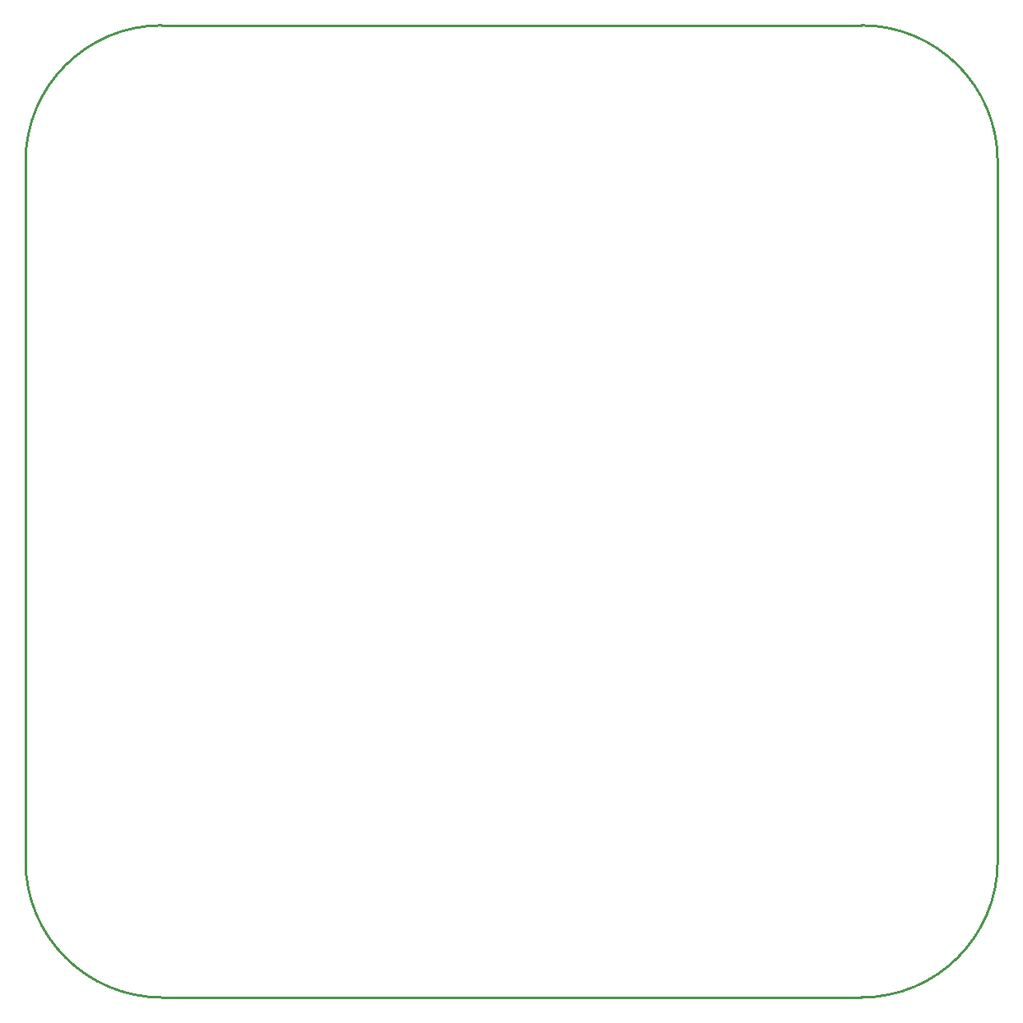
<source format=gko>
G04 Layer: BoardOutlineLayer*
G04 EasyEDA v6.5.23, 2023-06-28 09:07:18*
G04 df611495b25e4bdeb4d342b309801e4c,9d485ff6e355438eacffb324f9111ecc,10*
G04 Gerber Generator version 0.2*
G04 Scale: 100 percent, Rotated: No, Reflected: No *
G04 Dimensions in millimeters *
G04 leading zeros omitted , absolute positions ,4 integer and 5 decimal *
%FSLAX45Y45*%
%MOMM*%

%ADD10C,0.2540*%
D10*
X-8799982Y899998D02*
G01*
X-8799982Y8099983D01*
X1199997Y8099983D02*
G01*
X1199997Y899998D01*
X-199999Y-499998D02*
G01*
X-7399985Y-499998D01*
X-7399985Y9499980D02*
G01*
X-199999Y9499980D01*
G75*
G01*
X-200000Y9499981D02*
G02*
X1199998Y8099984I0J-1399997D01*
G75*
G01*
X1199998Y899998D02*
G02*
X-200000Y-499999I-1399998J0D01*
G75*
G01*
X-7399985Y-499999D02*
G02*
X-8799982Y899998I0J1399997D01*
G75*
G01*
X-8799982Y8099984D02*
G02*
X-7399985Y9499981I1399997J0D01*

%LPD*%
M02*

</source>
